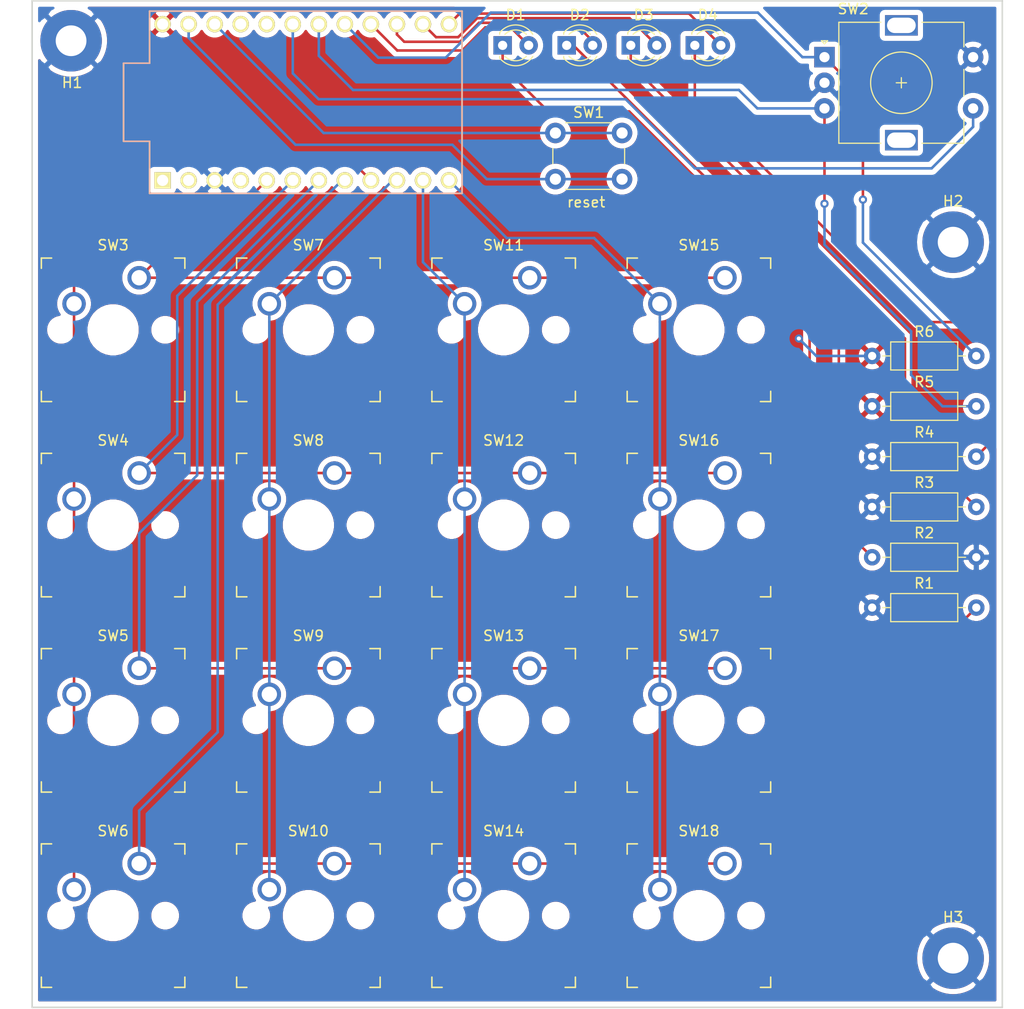
<source format=kicad_pcb>
(kicad_pcb (version 20171130) (host pcbnew "(5.1.6)-1")
  (layers (0 F.Cu signal) (31 B.Cu signal) (34 B.Paste user) (35 F.Paste user) (36 B.SilkS user) (37 F.SilkS user) (38 B.Mask user) (39 F.Mask user) (44 Edge.Cuts user))
  (net 0 "")
  (net 1 "Net-(D1-Pad2)")
  (net 2 GND)
  (net 3 "Net-(D2-Pad2)")
  (net 4 DT)
  (net 5 +5V)
  (net 6 CLK)
  (net 7 SW)
  (net 8 "Net-(U1-Pad21)")
  (net 9 "Net-(U1-Pad20)")
  (net 10 "Net-(U1-Pad4)")
  (net 11 "Net-(U1-Pad2)")
  (net 12 "Net-(U1-Pad1)")
  (net 13 /matrix/C1)
  (net 14 /matrix/R1)
  (net 15 /matrix/R2)
  (net 16 /matrix/R3)
  (net 17 /matrix/R4)
  (net 18 /matrix/C2)
  (net 19 /matrix/C3)
  (net 20 /matrix/C4)
  (net 21 "Net-(D3-Pad2)")
  (net 22 "Net-(D4-Pad2)")
  (net 23 "Net-(SW1-Pad1)")
  (net 24 "Net-(SW1-Pad2)")
  (net 25 "Net-(D1-Pad1)")
  (net 26 "Net-(D2-Pad1)")
  (net 27 "Net-(D3-Pad1)")
  (net 28 "Net-(D4-Pad1)")
  (module Resistor_THT:R_Axial_DIN0207_L6.3mm_D2.5mm_P10.16mm_Horizontal (layer F.Cu) (at 194.6 110.2)
    (fp_text reference R1 (at 5.08 -2.37) (layer F.SilkS))
    (fp_text value R)
    (fp_line (start 1.81 -1.37) (end 1.81 1.37) (layer F.SilkS) (width 0.12))
    (fp_line (start 1.81 1.37) (end 8.35 1.37) (layer F.SilkS) (width 0.12))
    (fp_line (start 8.35 1.37) (end 8.35 -1.37) (layer F.SilkS) (width 0.12))
    (fp_line (start 8.35 -1.37) (end 1.81 -1.37) (layer F.SilkS) (width 0.12))
    (fp_line (start 1.04 0) (end 1.81 0) (layer F.SilkS) (width 0.12))
    (fp_line (start 9.12 0) (end 8.35 0) (layer F.SilkS) (width 0.12))
    (pad 2 thru_hole oval (at 10.16 0) (size 1.6 1.6) (drill 0.8) (layers *.Cu *.Mask) (net 25 "Net-(D1-Pad1)"))
    (pad 1 thru_hole circle (at 0 0) (size 1.6 1.6) (drill 0.8) (layers *.Cu *.Mask) (net 2 GND))
  )
  (module LED_THT:LED_D3.0mm (layer F.Cu) (at 158.55 55.35)
    (fp_text reference D1 (at 1.27 -2.96) (layer F.SilkS))
    (fp_text value LED)
    (fp_arc (start 1.27 0) (end 0.229039 1.08) (angle -87.9) (layer F.SilkS) (width 0.12))
    (fp_arc (start 1.27 0) (end 0.229039 -1.08) (angle 87.9) (layer F.SilkS) (width 0.12))
    (fp_arc (start 1.27 0) (end -0.29 1.235516) (angle -108.8) (layer F.SilkS) (width 0.12))
    (fp_arc (start 1.27 0) (end -0.29 -1.235516) (angle 108.8) (layer F.SilkS) (width 0.12))
    (fp_line (start -0.29 -1.236) (end -0.29 -1.08) (layer F.SilkS) (width 0.12))
    (fp_line (start -0.29 1.08) (end -0.29 1.236) (layer F.SilkS) (width 0.12))
    (pad 2 thru_hole circle (at 2.54 0) (size 1.8 1.8) (drill 0.9) (layers *.Cu *.Mask) (net 1 "Net-(D1-Pad2)"))
    (pad 1 thru_hole rect (at 0 0) (size 1.8 1.8) (drill 0.9) (layers *.Cu *.Mask) (net 25 "Net-(D1-Pad1)"))
  )
  (module Button_Switch_THT:SW_PUSH_6mm (layer F.Cu) (at 163.7 63.9)
    (fp_text reference SW1 (at 3.25 -2) (layer F.SilkS))
    (fp_text value reset (at 3 6.75) (layer F.SilkS))
    (fp_line (start 6.75 3) (end 6.75 1.5) (layer F.SilkS) (width 0.12))
    (fp_line (start 5.5 -1) (end 1 -1) (layer F.SilkS) (width 0.12))
    (fp_line (start -0.25 1.5) (end -0.25 3) (layer F.SilkS) (width 0.12))
    (fp_line (start 1 5.5) (end 5.5 5.5) (layer F.SilkS) (width 0.12))
    (pad 1 thru_hole circle (at 6.5 0 90) (size 2 2) (drill 1.1) (layers *.Cu *.Mask) (net 23 "Net-(SW1-Pad1)"))
    (pad 2 thru_hole circle (at 6.5 4.5 90) (size 2 2) (drill 1.1) (layers *.Cu *.Mask) (net 24 "Net-(SW1-Pad2)"))
    (pad 1 thru_hole circle (at 0 0 90) (size 2 2) (drill 1.1) (layers *.Cu *.Mask) (net 23 "Net-(SW1-Pad1)"))
    (pad 2 thru_hole circle (at 0 4.5 90) (size 2 2) (drill 1.1) (layers *.Cu *.Mask) (net 24 "Net-(SW1-Pad2)"))
  )
  (module MountingHole:MountingHole_3mm_Pad (layer F.Cu) (at 202.5 144.4)
    (fp_text reference H3 (at 0 -4) (layer F.SilkS))
    (fp_text value MountingHole_Pad)
    (pad 1 thru_hole circle (at 0 0) (size 6 6) (drill 3) (layers *.Cu *.Mask) (net 2 GND))
  )
  (module MountingHole:MountingHole_3mm_Pad (layer F.Cu) (at 202.5 74.55)
    (fp_text reference H2 (at 0 -4) (layer F.SilkS))
    (fp_text value MountingHole_Pad)
    (pad 1 thru_hole circle (at 0 0) (size 6 6) (drill 3) (layers *.Cu *.Mask) (net 2 GND))
  )
  (module MountingHole:MountingHole_3mm_Pad (layer F.Cu) (at 116.45 54.9)
    (fp_text reference H1 (at 0.1 4.1) (layer F.SilkS))
    (fp_text value MountingHole_Pad)
    (pad 1 thru_hole circle (at 0 0) (size 6 6) (drill 3) (layers *.Cu *.Mask) (net 2 GND))
  )
  (module Resistor_THT:R_Axial_DIN0207_L6.3mm_D2.5mm_P10.16mm_Horizontal (layer F.Cu) (at 194.6 95.47)
    (fp_text reference R4 (at 5.08 -2.37) (layer F.SilkS))
    (fp_text value R)
    (fp_line (start 9.12 0) (end 8.35 0) (layer F.SilkS) (width 0.12))
    (fp_line (start 1.04 0) (end 1.81 0) (layer F.SilkS) (width 0.12))
    (fp_line (start 8.35 -1.37) (end 1.81 -1.37) (layer F.SilkS) (width 0.12))
    (fp_line (start 8.35 1.37) (end 8.35 -1.37) (layer F.SilkS) (width 0.12))
    (fp_line (start 1.81 1.37) (end 8.35 1.37) (layer F.SilkS) (width 0.12))
    (fp_line (start 1.81 -1.37) (end 1.81 1.37) (layer F.SilkS) (width 0.12))
    (pad 2 thru_hole oval (at 10.16 0) (size 1.6 1.6) (drill 0.8) (layers *.Cu *.Mask) (net 28 "Net-(D4-Pad1)"))
    (pad 1 thru_hole circle (at 0 0) (size 1.6 1.6) (drill 0.8) (layers *.Cu *.Mask) (net 2 GND))
  )
  (module LED_THT:LED_D3.0mm (layer F.Cu) (at 177.3 55.35)
    (fp_text reference D4 (at 1.27 -2.96) (layer F.SilkS))
    (fp_text value LED)
    (fp_line (start -0.29 1.08) (end -0.29 1.236) (layer F.SilkS) (width 0.12))
    (fp_line (start -0.29 -1.236) (end -0.29 -1.08) (layer F.SilkS) (width 0.12))
    (fp_arc (start 1.27 0) (end 0.229039 1.08) (angle -87.9) (layer F.SilkS) (width 0.12))
    (fp_arc (start 1.27 0) (end 0.229039 -1.08) (angle 87.9) (layer F.SilkS) (width 0.12))
    (fp_arc (start 1.27 0) (end -0.29 1.235516) (angle -108.8) (layer F.SilkS) (width 0.12))
    (fp_arc (start 1.27 0) (end -0.29 -1.235516) (angle 108.8) (layer F.SilkS) (width 0.12))
    (pad 2 thru_hole circle (at 2.54 0) (size 1.8 1.8) (drill 0.9) (layers *.Cu *.Mask) (net 22 "Net-(D4-Pad2)"))
    (pad 1 thru_hole rect (at 0 0) (size 1.8 1.8) (drill 0.9) (layers *.Cu *.Mask) (net 28 "Net-(D4-Pad1)"))
  )
  (module keyswitches:SW_MX (layer F.Cu) (at 177.7 140.25)
    (fp_text reference SW18 (at 0 -8.255) (layer F.SilkS))
    (fp_text value SW_Push)
    (fp_line (start -7 -6) (end -7 -7) (layer F.SilkS) (width 0.15))
    (fp_line (start -7 7) (end -6 7) (layer F.SilkS) (width 0.15))
    (fp_line (start -6 -7) (end -7 -7) (layer F.SilkS) (width 0.15))
    (fp_line (start -7 7) (end -7 6) (layer F.SilkS) (width 0.15))
    (fp_line (start 7 6) (end 7 7) (layer F.SilkS) (width 0.15))
    (fp_line (start 7 -7) (end 6 -7) (layer F.SilkS) (width 0.15))
    (fp_line (start 6 7) (end 7 7) (layer F.SilkS) (width 0.15))
    (fp_line (start 7 -7) (end 7 -6) (layer F.SilkS) (width 0.15))
    (pad "" np_thru_hole circle (at -5.08 0) (size 1.7018 1.7018) (drill 1.7018) (layers *.Cu *.Mask))
    (pad "" np_thru_hole circle (at 5.08 0) (size 1.7018 1.7018) (drill 1.7018) (layers *.Cu *.Mask))
    (pad 2 thru_hole circle (at -3.81 -2.54) (size 2.286 2.286) (drill 1.4986) (layers *.Cu *.Mask) (net 20 /matrix/C4))
    (pad "" np_thru_hole circle (at 0 0) (size 3.9878 3.9878) (drill 3.9878) (layers *.Cu *.Mask))
    (pad 1 thru_hole circle (at 2.54 -5.08) (size 2.286 2.286) (drill 1.4986) (layers *.Cu *.Mask) (net 17 /matrix/R4))
  )
  (module keyswitches:SW_MX (layer F.Cu) (at 177.7 121.2)
    (fp_text reference SW17 (at 0 -8.255) (layer F.SilkS))
    (fp_text value SW_Push)
    (fp_line (start -7 -6) (end -7 -7) (layer F.SilkS) (width 0.15))
    (fp_line (start -7 7) (end -6 7) (layer F.SilkS) (width 0.15))
    (fp_line (start -6 -7) (end -7 -7) (layer F.SilkS) (width 0.15))
    (fp_line (start -7 7) (end -7 6) (layer F.SilkS) (width 0.15))
    (fp_line (start 7 6) (end 7 7) (layer F.SilkS) (width 0.15))
    (fp_line (start 7 -7) (end 6 -7) (layer F.SilkS) (width 0.15))
    (fp_line (start 6 7) (end 7 7) (layer F.SilkS) (width 0.15))
    (fp_line (start 7 -7) (end 7 -6) (layer F.SilkS) (width 0.15))
    (pad "" np_thru_hole circle (at -5.08 0) (size 1.7018 1.7018) (drill 1.7018) (layers *.Cu *.Mask))
    (pad "" np_thru_hole circle (at 5.08 0) (size 1.7018 1.7018) (drill 1.7018) (layers *.Cu *.Mask))
    (pad 2 thru_hole circle (at -3.81 -2.54) (size 2.286 2.286) (drill 1.4986) (layers *.Cu *.Mask) (net 20 /matrix/C4))
    (pad "" np_thru_hole circle (at 0 0) (size 3.9878 3.9878) (drill 3.9878) (layers *.Cu *.Mask))
    (pad 1 thru_hole circle (at 2.54 -5.08) (size 2.286 2.286) (drill 1.4986) (layers *.Cu *.Mask) (net 16 /matrix/R3))
  )
  (module keyswitches:SW_MX (layer F.Cu) (at 177.7 102.15)
    (fp_text reference SW16 (at 0 -8.255) (layer F.SilkS))
    (fp_text value SW_Push)
    (fp_line (start -7 -6) (end -7 -7) (layer F.SilkS) (width 0.15))
    (fp_line (start -7 7) (end -6 7) (layer F.SilkS) (width 0.15))
    (fp_line (start -6 -7) (end -7 -7) (layer F.SilkS) (width 0.15))
    (fp_line (start -7 7) (end -7 6) (layer F.SilkS) (width 0.15))
    (fp_line (start 7 6) (end 7 7) (layer F.SilkS) (width 0.15))
    (fp_line (start 7 -7) (end 6 -7) (layer F.SilkS) (width 0.15))
    (fp_line (start 6 7) (end 7 7) (layer F.SilkS) (width 0.15))
    (fp_line (start 7 -7) (end 7 -6) (layer F.SilkS) (width 0.15))
    (pad "" np_thru_hole circle (at -5.08 0) (size 1.7018 1.7018) (drill 1.7018) (layers *.Cu *.Mask))
    (pad "" np_thru_hole circle (at 5.08 0) (size 1.7018 1.7018) (drill 1.7018) (layers *.Cu *.Mask))
    (pad 2 thru_hole circle (at -3.81 -2.54) (size 2.286 2.286) (drill 1.4986) (layers *.Cu *.Mask) (net 20 /matrix/C4))
    (pad "" np_thru_hole circle (at 0 0) (size 3.9878 3.9878) (drill 3.9878) (layers *.Cu *.Mask))
    (pad 1 thru_hole circle (at 2.54 -5.08) (size 2.286 2.286) (drill 1.4986) (layers *.Cu *.Mask) (net 15 /matrix/R2))
  )
  (module keyswitches:SW_MX (layer F.Cu) (at 177.7 83.1)
    (fp_text reference SW15 (at 0 -8.255) (layer F.SilkS))
    (fp_text value SW_Push)
    (fp_line (start -7 -6) (end -7 -7) (layer F.SilkS) (width 0.15))
    (fp_line (start -7 7) (end -6 7) (layer F.SilkS) (width 0.15))
    (fp_line (start -6 -7) (end -7 -7) (layer F.SilkS) (width 0.15))
    (fp_line (start -7 7) (end -7 6) (layer F.SilkS) (width 0.15))
    (fp_line (start 7 6) (end 7 7) (layer F.SilkS) (width 0.15))
    (fp_line (start 7 -7) (end 6 -7) (layer F.SilkS) (width 0.15))
    (fp_line (start 6 7) (end 7 7) (layer F.SilkS) (width 0.15))
    (fp_line (start 7 -7) (end 7 -6) (layer F.SilkS) (width 0.15))
    (pad "" np_thru_hole circle (at -5.08 0) (size 1.7018 1.7018) (drill 1.7018) (layers *.Cu *.Mask))
    (pad "" np_thru_hole circle (at 5.08 0) (size 1.7018 1.7018) (drill 1.7018) (layers *.Cu *.Mask))
    (pad 2 thru_hole circle (at -3.81 -2.54) (size 2.286 2.286) (drill 1.4986) (layers *.Cu *.Mask) (net 20 /matrix/C4))
    (pad "" np_thru_hole circle (at 0 0) (size 3.9878 3.9878) (drill 3.9878) (layers *.Cu *.Mask))
    (pad 1 thru_hole circle (at 2.54 -5.08) (size 2.286 2.286) (drill 1.4986) (layers *.Cu *.Mask) (net 14 /matrix/R1))
  )
  (module keyswitches:SW_MX (layer F.Cu) (at 158.65 140.25)
    (fp_text reference SW14 (at 0 -8.255) (layer F.SilkS))
    (fp_text value SW_Push)
    (fp_line (start -7 -6) (end -7 -7) (layer F.SilkS) (width 0.15))
    (fp_line (start -7 7) (end -6 7) (layer F.SilkS) (width 0.15))
    (fp_line (start -6 -7) (end -7 -7) (layer F.SilkS) (width 0.15))
    (fp_line (start -7 7) (end -7 6) (layer F.SilkS) (width 0.15))
    (fp_line (start 7 6) (end 7 7) (layer F.SilkS) (width 0.15))
    (fp_line (start 7 -7) (end 6 -7) (layer F.SilkS) (width 0.15))
    (fp_line (start 6 7) (end 7 7) (layer F.SilkS) (width 0.15))
    (fp_line (start 7 -7) (end 7 -6) (layer F.SilkS) (width 0.15))
    (pad "" np_thru_hole circle (at -5.08 0) (size 1.7018 1.7018) (drill 1.7018) (layers *.Cu *.Mask))
    (pad "" np_thru_hole circle (at 5.08 0) (size 1.7018 1.7018) (drill 1.7018) (layers *.Cu *.Mask))
    (pad 2 thru_hole circle (at -3.81 -2.54) (size 2.286 2.286) (drill 1.4986) (layers *.Cu *.Mask) (net 19 /matrix/C3))
    (pad "" np_thru_hole circle (at 0 0) (size 3.9878 3.9878) (drill 3.9878) (layers *.Cu *.Mask))
    (pad 1 thru_hole circle (at 2.54 -5.08) (size 2.286 2.286) (drill 1.4986) (layers *.Cu *.Mask) (net 17 /matrix/R4))
  )
  (module keyswitches:SW_MX (layer F.Cu) (at 158.65 121.2)
    (fp_text reference SW13 (at 0 -8.255) (layer F.SilkS))
    (fp_text value SW_Push)
    (fp_line (start -7 -6) (end -7 -7) (layer F.SilkS) (width 0.15))
    (fp_line (start -7 7) (end -6 7) (layer F.SilkS) (width 0.15))
    (fp_line (start -6 -7) (end -7 -7) (layer F.SilkS) (width 0.15))
    (fp_line (start -7 7) (end -7 6) (layer F.SilkS) (width 0.15))
    (fp_line (start 7 6) (end 7 7) (layer F.SilkS) (width 0.15))
    (fp_line (start 7 -7) (end 6 -7) (layer F.SilkS) (width 0.15))
    (fp_line (start 6 7) (end 7 7) (layer F.SilkS) (width 0.15))
    (fp_line (start 7 -7) (end 7 -6) (layer F.SilkS) (width 0.15))
    (pad "" np_thru_hole circle (at -5.08 0) (size 1.7018 1.7018) (drill 1.7018) (layers *.Cu *.Mask))
    (pad "" np_thru_hole circle (at 5.08 0) (size 1.7018 1.7018) (drill 1.7018) (layers *.Cu *.Mask))
    (pad 2 thru_hole circle (at -3.81 -2.54) (size 2.286 2.286) (drill 1.4986) (layers *.Cu *.Mask) (net 19 /matrix/C3))
    (pad "" np_thru_hole circle (at 0 0) (size 3.9878 3.9878) (drill 3.9878) (layers *.Cu *.Mask))
    (pad 1 thru_hole circle (at 2.54 -5.08) (size 2.286 2.286) (drill 1.4986) (layers *.Cu *.Mask) (net 16 /matrix/R3))
  )
  (module keyswitches:SW_MX (layer F.Cu) (at 158.65 102.15)
    (fp_text reference SW12 (at 0 -8.255) (layer F.SilkS))
    (fp_text value SW_Push)
    (fp_line (start -7 -6) (end -7 -7) (layer F.SilkS) (width 0.15))
    (fp_line (start -7 7) (end -6 7) (layer F.SilkS) (width 0.15))
    (fp_line (start -6 -7) (end -7 -7) (layer F.SilkS) (width 0.15))
    (fp_line (start -7 7) (end -7 6) (layer F.SilkS) (width 0.15))
    (fp_line (start 7 6) (end 7 7) (layer F.SilkS) (width 0.15))
    (fp_line (start 7 -7) (end 6 -7) (layer F.SilkS) (width 0.15))
    (fp_line (start 6 7) (end 7 7) (layer F.SilkS) (width 0.15))
    (fp_line (start 7 -7) (end 7 -6) (layer F.SilkS) (width 0.15))
    (pad "" np_thru_hole circle (at -5.08 0) (size 1.7018 1.7018) (drill 1.7018) (layers *.Cu *.Mask))
    (pad "" np_thru_hole circle (at 5.08 0) (size 1.7018 1.7018) (drill 1.7018) (layers *.Cu *.Mask))
    (pad 2 thru_hole circle (at -3.81 -2.54) (size 2.286 2.286) (drill 1.4986) (layers *.Cu *.Mask) (net 19 /matrix/C3))
    (pad "" np_thru_hole circle (at 0 0) (size 3.9878 3.9878) (drill 3.9878) (layers *.Cu *.Mask))
    (pad 1 thru_hole circle (at 2.54 -5.08) (size 2.286 2.286) (drill 1.4986) (layers *.Cu *.Mask) (net 15 /matrix/R2))
  )
  (module keyswitches:SW_MX (layer F.Cu) (at 158.65 83.1)
    (fp_text reference SW11 (at 0 -8.255) (layer F.SilkS))
    (fp_text value SW_Push)
    (fp_line (start -7 -6) (end -7 -7) (layer F.SilkS) (width 0.15))
    (fp_line (start -7 7) (end -6 7) (layer F.SilkS) (width 0.15))
    (fp_line (start -6 -7) (end -7 -7) (layer F.SilkS) (width 0.15))
    (fp_line (start -7 7) (end -7 6) (layer F.SilkS) (width 0.15))
    (fp_line (start 7 6) (end 7 7) (layer F.SilkS) (width 0.15))
    (fp_line (start 7 -7) (end 6 -7) (layer F.SilkS) (width 0.15))
    (fp_line (start 6 7) (end 7 7) (layer F.SilkS) (width 0.15))
    (fp_line (start 7 -7) (end 7 -6) (layer F.SilkS) (width 0.15))
    (pad "" np_thru_hole circle (at -5.08 0) (size 1.7018 1.7018) (drill 1.7018) (layers *.Cu *.Mask))
    (pad "" np_thru_hole circle (at 5.08 0) (size 1.7018 1.7018) (drill 1.7018) (layers *.Cu *.Mask))
    (pad 2 thru_hole circle (at -3.81 -2.54) (size 2.286 2.286) (drill 1.4986) (layers *.Cu *.Mask) (net 19 /matrix/C3))
    (pad "" np_thru_hole circle (at 0 0) (size 3.9878 3.9878) (drill 3.9878) (layers *.Cu *.Mask))
    (pad 1 thru_hole circle (at 2.54 -5.08) (size 2.286 2.286) (drill 1.4986) (layers *.Cu *.Mask) (net 14 /matrix/R1))
  )
  (module keyswitches:SW_MX (layer F.Cu) (at 139.6 140.25)
    (fp_text reference SW10 (at 0 -8.255) (layer F.SilkS))
    (fp_text value SW_Push)
    (fp_line (start -7 -6) (end -7 -7) (layer F.SilkS) (width 0.15))
    (fp_line (start -7 7) (end -6 7) (layer F.SilkS) (width 0.15))
    (fp_line (start -6 -7) (end -7 -7) (layer F.SilkS) (width 0.15))
    (fp_line (start -7 7) (end -7 6) (layer F.SilkS) (width 0.15))
    (fp_line (start 7 6) (end 7 7) (layer F.SilkS) (width 0.15))
    (fp_line (start 7 -7) (end 6 -7) (layer F.SilkS) (width 0.15))
    (fp_line (start 6 7) (end 7 7) (layer F.SilkS) (width 0.15))
    (fp_line (start 7 -7) (end 7 -6) (layer F.SilkS) (width 0.15))
    (pad "" np_thru_hole circle (at -5.08 0) (size 1.7018 1.7018) (drill 1.7018) (layers *.Cu *.Mask))
    (pad "" np_thru_hole circle (at 5.08 0) (size 1.7018 1.7018) (drill 1.7018) (layers *.Cu *.Mask))
    (pad 2 thru_hole circle (at -3.81 -2.54) (size 2.286 2.286) (drill 1.4986) (layers *.Cu *.Mask) (net 18 /matrix/C2))
    (pad "" np_thru_hole circle (at 0 0) (size 3.9878 3.9878) (drill 3.9878) (layers *.Cu *.Mask))
    (pad 1 thru_hole circle (at 2.54 -5.08) (size 2.286 2.286) (drill 1.4986) (layers *.Cu *.Mask) (net 17 /matrix/R4))
  )
  (module keyswitches:SW_MX (layer F.Cu) (at 139.6 121.2)
    (fp_text reference SW9 (at 0 -8.255) (layer F.SilkS))
    (fp_text value SW_Push)
    (fp_line (start -7 -6) (end -7 -7) (layer F.SilkS) (width 0.15))
    (fp_line (start -7 7) (end -6 7) (layer F.SilkS) (width 0.15))
    (fp_line (start -6 -7) (end -7 -7) (layer F.SilkS) (width 0.15))
    (fp_line (start -7 7) (end -7 6) (layer F.SilkS) (width 0.15))
    (fp_line (start 7 6) (end 7 7) (layer F.SilkS) (width 0.15))
    (fp_line (start 7 -7) (end 6 -7) (layer F.SilkS) (width 0.15))
    (fp_line (start 6 7) (end 7 7) (layer F.SilkS) (width 0.15))
    (fp_line (start 7 -7) (end 7 -6) (layer F.SilkS) (width 0.15))
    (pad "" np_thru_hole circle (at -5.08 0) (size 1.7018 1.7018) (drill 1.7018) (layers *.Cu *.Mask))
    (pad "" np_thru_hole circle (at 5.08 0) (size 1.7018 1.7018) (drill 1.7018) (layers *.Cu *.Mask))
    (pad 2 thru_hole circle (at -3.81 -2.54) (size 2.286 2.286) (drill 1.4986) (layers *.Cu *.Mask) (net 18 /matrix/C2))
    (pad "" np_thru_hole circle (at 0 0) (size 3.9878 3.9878) (drill 3.9878) (layers *.Cu *.Mask))
    (pad 1 thru_hole circle (at 2.54 -5.08) (size 2.286 2.286) (drill 1.4986) (layers *.Cu *.Mask) (net 16 /matrix/R3))
  )
  (module keyswitches:SW_MX (layer F.Cu) (at 139.6 102.15)
    (fp_text reference SW8 (at 0 -8.255) (layer F.SilkS))
    (fp_text value SW_Push)
    (fp_line (start -7 -6) (end -7 -7) (layer F.SilkS) (width 0.15))
    (fp_line (start -7 7) (end -6 7) (layer F.SilkS) (width 0.15))
    (fp_line (start -6 -7) (end -7 -7) (layer F.SilkS) (width 0.15))
    (fp_line (start -7 7) (end -7 6) (layer F.SilkS) (width 0.15))
    (fp_line (start 7 6) (end 7 7) (layer F.SilkS) (width 0.15))
    (fp_line (start 7 -7) (end 6 -7) (layer F.SilkS) (width 0.15))
    (fp_line (start 6 7) (end 7 7) (layer F.SilkS) (width 0.15))
    (fp_line (start 7 -7) (end 7 -6) (layer F.SilkS) (width 0.15))
    (pad "" np_thru_hole circle (at -5.08 0) (size 1.7018 1.7018) (drill 1.7018) (layers *.Cu *.Mask))
    (pad "" np_thru_hole circle (at 5.08 0) (size 1.7018 1.7018) (drill 1.7018) (layers *.Cu *.Mask))
    (pad 2 thru_hole circle (at -3.81 -2.54) (size 2.286 2.286) (drill 1.4986) (layers *.Cu *.Mask) (net 18 /matrix/C2))
    (pad "" np_thru_hole circle (at 0 0) (size 3.9878 3.9878) (drill 3.9878) (layers *.Cu *.Mask))
    (pad 1 thru_hole circle (at 2.54 -5.08) (size 2.286 2.286) (drill 1.4986) (layers *.Cu *.Mask) (net 15 /matrix/R2))
  )
  (module keyswitches:SW_MX (layer F.Cu) (at 139.6 83.1)
    (fp_text reference SW7 (at 0 -8.255) (layer F.SilkS))
    (fp_text value SW_Push)
    (fp_line (start -7 -6) (end -7 -7) (layer F.SilkS) (width 0.15))
    (fp_line (start -7 7) (end -6 7) (layer F.SilkS) (width 0.15))
    (fp_line (start -6 -7) (end -7 -7) (layer F.SilkS) (width 0.15))
    (fp_line (start -7 7) (end -7 6) (layer F.SilkS) (width 0.15))
    (fp_line (start 7 6) (end 7 7) (layer F.SilkS) (width 0.15))
    (fp_line (start 7 -7) (end 6 -7) (layer F.SilkS) (width 0.15))
    (fp_line (start 6 7) (end 7 7) (layer F.SilkS) (width 0.15))
    (fp_line (start 7 -7) (end 7 -6) (layer F.SilkS) (width 0.15))
    (pad "" np_thru_hole circle (at -5.08 0) (size 1.7018 1.7018) (drill 1.7018) (layers *.Cu *.Mask))
    (pad "" np_thru_hole circle (at 5.08 0) (size 1.7018 1.7018) (drill 1.7018) (layers *.Cu *.Mask))
    (pad 2 thru_hole circle (at -3.81 -2.54) (size 2.286 2.286) (drill 1.4986) (layers *.Cu *.Mask) (net 18 /matrix/C2))
    (pad "" np_thru_hole circle (at 0 0) (size 3.9878 3.9878) (drill 3.9878) (layers *.Cu *.Mask))
    (pad 1 thru_hole circle (at 2.54 -5.08) (size 2.286 2.286) (drill 1.4986) (layers *.Cu *.Mask) (net 14 /matrix/R1))
  )
  (module keyswitches:SW_MX (layer F.Cu) (at 120.55 140.25)
    (fp_text reference SW6 (at 0 -8.255) (layer F.SilkS))
    (fp_text value SW_Push)
    (fp_line (start -7 -6) (end -7 -7) (layer F.SilkS) (width 0.15))
    (fp_line (start -7 7) (end -6 7) (layer F.SilkS) (width 0.15))
    (fp_line (start -6 -7) (end -7 -7) (layer F.SilkS) (width 0.15))
    (fp_line (start -7 7) (end -7 6) (layer F.SilkS) (width 0.15))
    (fp_line (start 7 6) (end 7 7) (layer F.SilkS) (width 0.15))
    (fp_line (start 7 -7) (end 6 -7) (layer F.SilkS) (width 0.15))
    (fp_line (start 6 7) (end 7 7) (layer F.SilkS) (width 0.15))
    (fp_line (start 7 -7) (end 7 -6) (layer F.SilkS) (width 0.15))
    (pad "" np_thru_hole circle (at -5.08 0) (size 1.7018 1.7018) (drill 1.7018) (layers *.Cu *.Mask))
    (pad "" np_thru_hole circle (at 5.08 0) (size 1.7018 1.7018) (drill 1.7018) (layers *.Cu *.Mask))
    (pad 2 thru_hole circle (at -3.81 -2.54) (size 2.286 2.286) (drill 1.4986) (layers *.Cu *.Mask) (net 13 /matrix/C1))
    (pad "" np_thru_hole circle (at 0 0) (size 3.9878 3.9878) (drill 3.9878) (layers *.Cu *.Mask))
    (pad 1 thru_hole circle (at 2.54 -5.08) (size 2.286 2.286) (drill 1.4986) (layers *.Cu *.Mask) (net 17 /matrix/R4))
  )
  (module keyswitches:SW_MX (layer F.Cu) (at 120.55 121.2)
    (fp_text reference SW5 (at 0 -8.255) (layer F.SilkS))
    (fp_text value SW_Push)
    (fp_line (start -7 -6) (end -7 -7) (layer F.SilkS) (width 0.15))
    (fp_line (start -7 7) (end -6 7) (layer F.SilkS) (width 0.15))
    (fp_line (start -6 -7) (end -7 -7) (layer F.SilkS) (width 0.15))
    (fp_line (start -7 7) (end -7 6) (layer F.SilkS) (width 0.15))
    (fp_line (start 7 6) (end 7 7) (layer F.SilkS) (width 0.15))
    (fp_line (start 7 -7) (end 6 -7) (layer F.SilkS) (width 0.15))
    (fp_line (start 6 7) (end 7 7) (layer F.SilkS) (width 0.15))
    (fp_line (start 7 -7) (end 7 -6) (layer F.SilkS) (width 0.15))
    (pad "" np_thru_hole circle (at -5.08 0) (size 1.7018 1.7018) (drill 1.7018) (layers *.Cu *.Mask))
    (pad "" np_thru_hole circle (at 5.08 0) (size 1.7018 1.7018) (drill 1.7018) (layers *.Cu *.Mask))
    (pad 2 thru_hole circle (at -3.81 -2.54) (size 2.286 2.286) (drill 1.4986) (layers *.Cu *.Mask) (net 13 /matrix/C1))
    (pad "" np_thru_hole circle (at 0 0) (size 3.9878 3.9878) (drill 3.9878) (layers *.Cu *.Mask))
    (pad 1 thru_hole circle (at 2.54 -5.08) (size 2.286 2.286) (drill 1.4986) (layers *.Cu *.Mask) (net 16 /matrix/R3))
  )
  (module keyswitches:SW_MX (layer F.Cu) (at 120.55 102.15)
    (fp_text reference SW4 (at 0 -8.255) (layer F.SilkS))
    (fp_text value SW_Push)
    (fp_line (start -7 -6) (end -7 -7) (layer F.SilkS) (width 0.15))
    (fp_line (start -7 7) (end -6 7) (layer F.SilkS) (width 0.15))
    (fp_line (start -6 -7) (end -7 -7) (layer F.SilkS) (width 0.15))
    (fp_line (start -7 7) (end -7 6) (layer F.SilkS) (width 0.15))
    (fp_line (start 7 6) (end 7 7) (layer F.SilkS) (width 0.15))
    (fp_line (start 7 -7) (end 6 -7) (layer F.SilkS) (width 0.15))
    (fp_line (start 6 7) (end 7 7) (layer F.SilkS) (width 0.15))
    (fp_line (start 7 -7) (end 7 -6) (layer F.SilkS) (width 0.15))
    (pad "" np_thru_hole circle (at -5.08 0) (size 1.7018 1.7018) (drill 1.7018) (layers *.Cu *.Mask))
    (pad "" np_thru_hole circle (at 5.08 0) (size 1.7018 1.7018) (drill 1.7018) (layers *.Cu *.Mask))
    (pad 2 thru_hole circle (at -3.81 -2.54) (size 2.286 2.286) (drill 1.4986) (layers *.Cu *.Mask) (net 13 /matrix/C1))
    (pad "" np_thru_hole circle (at 0 0) (size 3.9878 3.9878) (drill 3.9878) (layers *.Cu *.Mask))
    (pad 1 thru_hole circle (at 2.54 -5.08) (size 2.286 2.286) (drill 1.4986) (layers *.Cu *.Mask) (net 15 /matrix/R2))
  )
  (module keyswitches:SW_MX (layer F.Cu) (at 120.55 83.1)
    (fp_text reference SW3 (at 0 -8.255) (layer F.SilkS))
    (fp_text value SW_Push)
    (fp_line (start -7 -6) (end -7 -7) (layer F.SilkS) (width 0.15))
    (fp_line (start -7 7) (end -6 7) (layer F.SilkS) (width 0.15))
    (fp_line (start -6 -7) (end -7 -7) (layer F.SilkS) (width 0.15))
    (fp_line (start -7 7) (end -7 6) (layer F.SilkS) (width 0.15))
    (fp_line (start 7 6) (end 7 7) (layer F.SilkS) (width 0.15))
    (fp_line (start 7 -7) (end 6 -7) (layer F.SilkS) (width 0.15))
    (fp_line (start 6 7) (end 7 7) (layer F.SilkS) (width 0.15))
    (fp_line (start 7 -7) (end 7 -6) (layer F.SilkS) (width 0.15))
    (pad "" np_thru_hole circle (at -5.08 0) (size 1.7018 1.7018) (drill 1.7018) (layers *.Cu *.Mask))
    (pad "" np_thru_hole circle (at 5.08 0) (size 1.7018 1.7018) (drill 1.7018) (layers *.Cu *.Mask))
    (pad 2 thru_hole circle (at -3.81 -2.54) (size 2.286 2.286) (drill 1.4986) (layers *.Cu *.Mask) (net 13 /matrix/C1))
    (pad "" np_thru_hole circle (at 0 0) (size 3.9878 3.9878) (drill 3.9878) (layers *.Cu *.Mask))
    (pad 1 thru_hole circle (at 2.54 -5.08) (size 2.286 2.286) (drill 1.4986) (layers *.Cu *.Mask) (net 14 /matrix/R1))
  )
  (module promicro:ProMicro (layer F.Cu) (at 139.35 60.9)
    (fp_text reference U1 hide)
    (fp_text value ProMicro)
    (fp_line (start 15.24 -8.89) (end 15.24 8.89) (layer B.SilkS) (width 0.15))
    (fp_line (start 15.24 8.89) (end -15.24 8.89) (layer B.SilkS) (width 0.15))
    (fp_line (start -15.24 8.89) (end -15.24 3.81) (layer B.SilkS) (width 0.15))
    (fp_line (start -15.24 3.81) (end -17.78 3.81) (layer B.SilkS) (width 0.15))
    (fp_line (start -17.78 3.81) (end -17.78 -3.81) (layer B.SilkS) (width 0.15))
    (fp_line (start -17.78 -3.81) (end -15.24 -3.81) (layer B.SilkS) (width 0.15))
    (fp_line (start -15.24 -3.81) (end -15.24 -8.89) (layer B.SilkS) (width 0.15))
    (fp_line (start -15.24 -8.89) (end 15.24 -8.89) (layer B.SilkS) (width 0.15))
    (fp_line (start -15.24 8.89) (end 15.24 8.89) (layer F.SilkS) (width 0.15))
    (fp_line (start -15.24 8.89) (end -15.24 3.81) (layer F.SilkS) (width 0.15))
    (fp_line (start -15.24 3.81) (end -17.78 3.81) (layer F.SilkS) (width 0.15))
    (fp_line (start -17.78 3.81) (end -17.78 -3.81) (layer F.SilkS) (width 0.15))
    (fp_line (start -17.78 -3.81) (end -15.24 -3.81) (layer F.SilkS) (width 0.15))
    (fp_line (start -15.24 -3.81) (end -15.24 -8.89) (layer F.SilkS) (width 0.15))
    (fp_line (start -15.24 -8.89) (end 15.24 -8.89) (layer F.SilkS) (width 0.15))
    (fp_line (start 15.24 -8.89) (end 15.24 8.89) (layer F.SilkS) (width 0.15))
    (pad 24 thru_hole circle (at -13.97 -7.62) (size 1.6 1.6) (drill 1.1) (layers *.Cu *.Mask F.SilkS) (net 5 +5V))
    (pad 23 thru_hole circle (at -11.43 -7.62) (size 1.6 1.6) (drill 1.1) (layers *.Cu *.Mask F.SilkS) (net 24 "Net-(SW1-Pad2)"))
    (pad 22 thru_hole circle (at -8.89 -7.62) (size 1.6 1.6) (drill 1.1) (layers *.Cu *.Mask F.SilkS) (net 23 "Net-(SW1-Pad1)"))
    (pad 21 thru_hole circle (at -6.35 -7.62) (size 1.6 1.6) (drill 1.1) (layers *.Cu *.Mask F.SilkS) (net 8 "Net-(U1-Pad21)"))
    (pad 20 thru_hole circle (at -3.81 -7.62) (size 1.6 1.6) (drill 1.1) (layers *.Cu *.Mask F.SilkS) (net 9 "Net-(U1-Pad20)"))
    (pad 19 thru_hole circle (at -1.27 -7.62) (size 1.6 1.6) (drill 1.1) (layers *.Cu *.Mask F.SilkS) (net 7 SW))
    (pad 18 thru_hole circle (at 1.27 -7.62) (size 1.6 1.6) (drill 1.1) (layers *.Cu *.Mask F.SilkS) (net 4 DT))
    (pad 17 thru_hole circle (at 3.81 -7.62) (size 1.6 1.6) (drill 1.1) (layers *.Cu *.Mask F.SilkS) (net 6 CLK))
    (pad 16 thru_hole circle (at 6.35 -7.62) (size 1.6 1.6) (drill 1.1) (layers *.Cu *.Mask F.SilkS) (net 1 "Net-(D1-Pad2)"))
    (pad 15 thru_hole circle (at 8.89 -7.62) (size 1.6 1.6) (drill 1.1) (layers *.Cu *.Mask F.SilkS) (net 3 "Net-(D2-Pad2)"))
    (pad 14 thru_hole circle (at 11.43 -7.62) (size 1.6 1.6) (drill 1.1) (layers *.Cu *.Mask F.SilkS) (net 21 "Net-(D3-Pad2)"))
    (pad 13 thru_hole circle (at 13.97 -7.62) (size 1.6 1.6) (drill 1.1) (layers *.Cu *.Mask F.SilkS) (net 22 "Net-(D4-Pad2)"))
    (pad 12 thru_hole circle (at 13.97 7.62) (size 1.6 1.6) (drill 1.1) (layers *.Cu *.Mask F.SilkS) (net 20 /matrix/C4))
    (pad 11 thru_hole circle (at 11.43 7.62) (size 1.6 1.6) (drill 1.1) (layers *.Cu *.Mask F.SilkS) (net 19 /matrix/C3))
    (pad 10 thru_hole circle (at 8.89 7.62) (size 1.6 1.6) (drill 1.1) (layers *.Cu *.Mask F.SilkS) (net 18 /matrix/C2))
    (pad 9 thru_hole circle (at 6.35 7.62) (size 1.6 1.6) (drill 1.1) (layers *.Cu *.Mask F.SilkS) (net 13 /matrix/C1))
    (pad 8 thru_hole circle (at 3.81 7.62) (size 1.6 1.6) (drill 1.1) (layers *.Cu *.Mask F.SilkS) (net 17 /matrix/R4))
    (pad 7 thru_hole circle (at 1.27 7.62) (size 1.6 1.6) (drill 1.1) (layers *.Cu *.Mask F.SilkS) (net 16 /matrix/R3))
    (pad 6 thru_hole circle (at -1.27 7.62) (size 1.6 1.6) (drill 1.1) (layers *.Cu *.Mask F.SilkS) (net 15 /matrix/R2))
    (pad 5 thru_hole circle (at -3.81 7.62) (size 1.6 1.6) (drill 1.1) (layers *.Cu *.Mask F.SilkS) (net 14 /matrix/R1))
    (pad 4 thru_hole circle (at -6.35 7.62) (size 1.6 1.6) (drill 1.1) (layers *.Cu *.Mask F.SilkS) (net 10 "Net-(U1-Pad4)"))
    (pad 3 thru_hole circle (at -8.89 7.62) (size 1.6 1.6) (drill 1.1) (layers *.Cu *.Mask F.SilkS) (net 2 GND))
    (pad 2 thru_hole circle (at -11.43 7.62) (size 1.6 1.6) (drill 1.1) (layers *.Cu *.Mask F.SilkS) (net 11 "Net-(U1-Pad2)"))
    (pad 1 thru_hole rect (at -13.97 7.62) (size 1.6 1.6) (drill 1.1) (layers *.Cu *.Mask F.SilkS) (net 12 "Net-(U1-Pad1)"))
  )
  (module Rotary_Encoder:RotaryEncoder_Alps_EC11E-Switch_Vertical_H20mm (layer F.Cu) (at 189.95 56.5)
    (fp_text reference SW2 (at 2.8 -4.7) (layer F.SilkS))
    (fp_text value Rotary_Encoder_Switch)
    (fp_line (start 7 2.5) (end 8 2.5) (layer F.SilkS) (width 0.12))
    (fp_line (start 7.5 2) (end 7.5 3) (layer F.SilkS) (width 0.12))
    (fp_line (start 13.6 6) (end 13.6 8.4) (layer F.SilkS) (width 0.12))
    (fp_line (start 13.6 1.2) (end 13.6 3.8) (layer F.SilkS) (width 0.12))
    (fp_line (start 13.6 -3.4) (end 13.6 -1) (layer F.SilkS) (width 0.12))
    (fp_line (start 0.3 -1.6) (end 0 -1.3) (layer F.SilkS) (width 0.12))
    (fp_line (start -0.3 -1.6) (end 0.3 -1.6) (layer F.SilkS) (width 0.12))
    (fp_line (start 0 -1.3) (end -0.3 -1.6) (layer F.SilkS) (width 0.12))
    (fp_line (start 1.4 -3.4) (end 1.4 8.4) (layer F.SilkS) (width 0.12))
    (fp_line (start 5.5 -3.4) (end 1.4 -3.4) (layer F.SilkS) (width 0.12))
    (fp_line (start 5.5 8.4) (end 1.4 8.4) (layer F.SilkS) (width 0.12))
    (fp_line (start 13.6 8.4) (end 9.5 8.4) (layer F.SilkS) (width 0.12))
    (fp_line (start 9.5 -3.4) (end 13.6 -3.4) (layer F.SilkS) (width 0.12))
    (fp_circle (center 7.5 2.5) (end 10.5 2.5) (layer F.SilkS) (width 0.12))
    (pad A thru_hole rect (at 0 0) (size 2 2) (drill 1) (layers *.Cu *.Mask) (net 6 CLK))
    (pad C thru_hole circle (at 0 2.5) (size 2 2) (drill 1) (layers *.Cu *.Mask) (net 2 GND))
    (pad B thru_hole circle (at 0 5) (size 2 2) (drill 1) (layers *.Cu *.Mask) (net 4 DT))
    (pad MP thru_hole rect (at 7.5 -3.1) (size 3.2 2) (drill oval 2.8 1.5) (layers *.Cu *.Mask))
    (pad MP thru_hole rect (at 7.5 8.1) (size 3.2 2) (drill oval 2.8 1.5) (layers *.Cu *.Mask))
    (pad S2 thru_hole circle (at 14.5 0) (size 2 2) (drill 1) (layers *.Cu *.Mask) (net 2 GND))
    (pad S1 thru_hole circle (at 14.5 5) (size 2 2) (drill 1) (layers *.Cu *.Mask) (net 7 SW))
  )
  (module Resistor_THT:R_Axial_DIN0207_L6.3mm_D2.5mm_P10.16mm_Horizontal (layer F.Cu) (at 194.6 85.65)
    (fp_text reference R6 (at 5.08 -2.37) (layer F.SilkS))
    (fp_text value 10k)
    (fp_line (start 1.81 -1.37) (end 1.81 1.37) (layer F.SilkS) (width 0.12))
    (fp_line (start 1.81 1.37) (end 8.35 1.37) (layer F.SilkS) (width 0.12))
    (fp_line (start 8.35 1.37) (end 8.35 -1.37) (layer F.SilkS) (width 0.12))
    (fp_line (start 8.35 -1.37) (end 1.81 -1.37) (layer F.SilkS) (width 0.12))
    (fp_line (start 1.04 0) (end 1.81 0) (layer F.SilkS) (width 0.12))
    (fp_line (start 9.12 0) (end 8.35 0) (layer F.SilkS) (width 0.12))
    (pad 2 thru_hole oval (at 10.16 0) (size 1.6 1.6) (drill 0.8) (layers *.Cu *.Mask) (net 6 CLK))
    (pad 1 thru_hole circle (at 0 0) (size 1.6 1.6) (drill 0.8) (layers *.Cu *.Mask) (net 5 +5V))
  )
  (module Resistor_THT:R_Axial_DIN0207_L6.3mm_D2.5mm_P10.16mm_Horizontal (layer F.Cu) (at 194.6 90.56)
    (fp_text reference R5 (at 5.08 -2.37) (layer F.SilkS))
    (fp_text value 10k)
    (fp_line (start 1.81 -1.37) (end 1.81 1.37) (layer F.SilkS) (width 0.12))
    (fp_line (start 1.81 1.37) (end 8.35 1.37) (layer F.SilkS) (width 0.12))
    (fp_line (start 8.35 1.37) (end 8.35 -1.37) (layer F.SilkS) (width 0.12))
    (fp_line (start 8.35 -1.37) (end 1.81 -1.37) (layer F.SilkS) (width 0.12))
    (fp_line (start 1.04 0) (end 1.81 0) (layer F.SilkS) (width 0.12))
    (fp_line (start 9.12 0) (end 8.35 0) (layer F.SilkS) (width 0.12))
    (pad 2 thru_hole oval (at 10.16 0) (size 1.6 1.6) (drill 0.8) (layers *.Cu *.Mask) (net 4 DT))
    (pad 1 thru_hole circle (at 0 0) (size 1.6 1.6) (drill 0.8) (layers *.Cu *.Mask) (net 5 +5V))
  )
  (module Resistor_THT:R_Axial_DIN0207_L6.3mm_D2.5mm_P10.16mm_Horizontal (layer F.Cu) (at 194.6 100.38)
    (fp_text reference R3 (at 5.08 -2.37) (layer F.SilkS))
    (fp_text value R)
    (fp_line (start 1.81 -1.37) (end 1.81 1.37) (layer F.SilkS) (width 0.12))
    (fp_line (start 1.81 1.37) (end 8.35 1.37) (layer F.SilkS) (width 0.12))
    (fp_line (start 8.35 1.37) (end 8.35 -1.37) (layer F.SilkS) (width 0.12))
    (fp_line (start 8.35 -1.37) (end 1.81 -1.37) (layer F.SilkS) (width 0.12))
    (fp_line (start 1.04 0) (end 1.81 0) (layer F.SilkS) (width 0.12))
    (fp_line (start 9.12 0) (end 8.35 0) (layer F.SilkS) (width 0.12))
    (pad 2 thru_hole oval (at 10.16 0) (size 1.6 1.6) (drill 0.8) (layers *.Cu *.Mask) (net 27 "Net-(D3-Pad1)"))
    (pad 1 thru_hole circle (at 0 0) (size 1.6 1.6) (drill 0.8) (layers *.Cu *.Mask) (net 2 GND))
  )
  (module Resistor_THT:R_Axial_DIN0207_L6.3mm_D2.5mm_P10.16mm_Horizontal (layer F.Cu) (at 194.6 105.29)
    (fp_text reference R2 (at 5.08 -2.37) (layer F.SilkS))
    (fp_text value R)
    (fp_line (start 1.81 -1.37) (end 1.81 1.37) (layer F.SilkS) (width 0.12))
    (fp_line (start 1.81 1.37) (end 8.35 1.37) (layer F.SilkS) (width 0.12))
    (fp_line (start 8.35 1.37) (end 8.35 -1.37) (layer F.SilkS) (width 0.12))
    (fp_line (start 8.35 -1.37) (end 1.81 -1.37) (layer F.SilkS) (width 0.12))
    (fp_line (start 1.04 0) (end 1.81 0) (layer F.SilkS) (width 0.12))
    (fp_line (start 9.12 0) (end 8.35 0) (layer F.SilkS) (width 0.12))
    (pad 2 thru_hole oval (at 10.16 0) (size 1.6 1.6) (drill 0.8) (layers *.Cu *.Mask) (net 2 GND))
    (pad 1 thru_hole circle (at 0 0) (size 1.6 1.6) (drill 0.8) (layers *.Cu *.Mask) (net 26 "Net-(D2-Pad1)"))
  )
  (module LED_THT:LED_D3.0mm (layer F.Cu) (at 171.05 55.35)
    (fp_text reference D3 (at 1.27 -2.96) (layer F.SilkS))
    (fp_text value LED)
    (fp_line (start -0.29 -1.236) (end -0.29 -1.08) (layer F.SilkS) (width 0.12))
    (fp_line (start -0.29 1.08) (end -0.29 1.236) (layer F.SilkS) (width 0.12))
    (fp_arc (start 1.27 0) (end 0.229039 1.08) (angle -87.9) (layer F.SilkS) (width 0.12))
    (fp_arc (start 1.27 0) (end 0.229039 -1.08) (angle 87.9) (layer F.SilkS) (width 0.12))
    (fp_arc (start 1.27 0) (end -0.29 1.235516) (angle -108.8) (layer F.SilkS) (width 0.12))
    (fp_arc (start 1.27 0) (end -0.29 -1.235516) (angle 108.8) (layer F.SilkS) (width 0.12))
    (pad 2 thru_hole circle (at 2.54 0) (size 1.8 1.8) (drill 0.9) (layers *.Cu *.Mask) (net 21 "Net-(D3-Pad2)"))
    (pad 1 thru_hole rect (at 0 0) (size 1.8 1.8) (drill 0.9) (layers *.Cu *.Mask) (net 27 "Net-(D3-Pad1)"))
  )
  (module LED_THT:LED_D3.0mm (layer F.Cu) (at 164.8 55.35)
    (fp_text reference D2 (at 1.27 -2.96) (layer F.SilkS))
    (fp_text value LED)
    (fp_line (start -0.29 -1.236) (end -0.29 -1.08) (layer F.SilkS) (width 0.12))
    (fp_line (start -0.29 1.08) (end -0.29 1.236) (layer F.SilkS) (width 0.12))
    (fp_arc (start 1.27 0) (end 0.229039 1.08) (angle -87.9) (layer F.SilkS) (width 0.12))
    (fp_arc (start 1.27 0) (end 0.229039 -1.08) (angle 87.9) (layer F.SilkS) (width 0.12))
    (fp_arc (start 1.27 0) (end -0.29 1.235516) (angle -108.8) (layer F.SilkS) (width 0.12))
    (fp_arc (start 1.27 0) (end -0.29 -1.235516) (angle 108.8) (layer F.SilkS) (width 0.12))
    (pad 2 thru_hole circle (at 2.54 0) (size 1.8 1.8) (drill 0.9) (layers *.Cu *.Mask) (net 3 "Net-(D2-Pad2)"))
    (pad 1 thru_hole rect (at 0 0) (size 1.8 1.8) (drill 0.9) (layers *.Cu *.Mask) (net 26 "Net-(D2-Pad1)"))
  )
  (gr_line (start 112.65 149.2) (end 112.65 51) (layer Edge.Cuts) (width 0.15))
  (gr_line (start 112.65 51) (end 207.3 51) (layer Edge.Cuts) (width 0.15))
  (gr_line (start 207.3 149.2) (end 112.65 149.2) (layer Edge.Cuts) (width 0.15))
  (gr_line (start 207.3 51) (end 207.3 149.2) (layer Edge.Cuts) (width 0.15))
  (segment (start 145.7 53.28) (end 148.27 55.85) (width 0.25) (layer F.Cu) (net 1))
  (segment (start 148.27 55.85) (end 154.6 55.85) (width 0.25) (layer F.Cu) (net 1))
  (segment (start 154.6 55.85) (end 156.85 53.6) (width 0.25) (layer F.Cu) (net 1))
  (segment (start 159.34 53.6) (end 161.09 55.35) (width 0.25) (layer F.Cu) (net 1))
  (segment (start 156.85 53.6) (end 159.34 53.6) (width 0.25) (layer F.Cu) (net 1))
  (segment (start 148.24 53.28) (end 148.24 54.29) (width 0.25) (layer F.Cu) (net 3))
  (segment (start 148.24 54.29) (end 148.95 55) (width 0.25) (layer F.Cu) (net 3))
  (segment (start 148.95 55) (end 154.4 55) (width 0.25) (layer F.Cu) (net 3))
  (segment (start 156.25001 53.14999) (end 165.55001 53.14999) (width 0.25) (layer F.Cu) (net 3))
  (segment (start 154.4 55) (end 156.25001 53.14999) (width 0.25) (layer F.Cu) (net 3))
  (segment (start 167.34 54.93998) (end 167.34 55.35) (width 0.25) (layer F.Cu) (net 3))
  (segment (start 165.55001 53.14999) (end 167.34 54.93998) (width 0.25) (layer F.Cu) (net 3))
  (segment (start 140.62 53.28) (end 140.62 56.37) (width 0.25) (layer B.Cu) (net 4))
  (segment (start 140.62 56.37) (end 143.95 59.7) (width 0.25) (layer B.Cu) (net 4))
  (segment (start 143.95 59.7) (end 181.6 59.7) (width 0.25) (layer B.Cu) (net 4))
  (segment (start 183.4 61.5) (end 189.95 61.5) (width 0.25) (layer B.Cu) (net 4))
  (segment (start 181.6 59.7) (end 183.4 61.5) (width 0.25) (layer B.Cu) (net 4))
  (via (at 189.95 70.8) (size 0.8) (drill 0.4) (layers F.Cu B.Cu) (net 4))
  (segment (start 189.95 61.5) (end 189.95 70.8) (width 0.25) (layer F.Cu) (net 4))
  (segment (start 201.46 90.56) (end 204.76 90.56) (width 0.25) (layer B.Cu) (net 4))
  (segment (start 198.4 87.5) (end 201.46 90.56) (width 0.25) (layer B.Cu) (net 4))
  (segment (start 198.4 83.25) (end 198.4 87.5) (width 0.25) (layer B.Cu) (net 4))
  (segment (start 189.95 70.8) (end 189.95 74.8) (width 0.25) (layer B.Cu) (net 4))
  (segment (start 189.95 74.8) (end 198.4 83.25) (width 0.25) (layer B.Cu) (net 4))
  (segment (start 125.38 53.28) (end 138.3 66.2) (width 0.25) (layer F.Cu) (net 5))
  (segment (start 138.3 66.2) (end 172.4 66.2) (width 0.25) (layer F.Cu) (net 5))
  (segment (start 172.4 66.2) (end 174.05 66.2) (width 0.25) (layer F.Cu) (net 5))
  (segment (start 174.05 66.2) (end 187.45 79.6) (width 0.25) (layer F.Cu) (net 5))
  (segment (start 187.45 83.95) (end 187.45 83.95) (width 0.25) (layer F.Cu) (net 5))
  (segment (start 187.45 79.6) (end 187.45 83.95) (width 0.25) (layer F.Cu) (net 5))
  (segment (start 187.45 83.95) (end 187.45 83.95) (width 0.25) (layer F.Cu) (net 5))
  (via (at 187.45 83.95) (size 0.8) (drill 0.4) (layers F.Cu B.Cu) (net 5))
  (segment (start 189.15 85.65) (end 189.3 85.65) (width 0.25) (layer B.Cu) (net 5))
  (segment (start 187.45 83.95) (end 189.15 85.65) (width 0.25) (layer B.Cu) (net 5))
  (segment (start 194.6 85.65) (end 189.3 85.65) (width 0.25) (layer B.Cu) (net 5))
  (segment (start 189.95 56.5) (end 187.8 56.5) (width 0.25) (layer B.Cu) (net 6))
  (segment (start 183.454999 52.154999) (end 157.395001 52.154999) (width 0.25) (layer B.Cu) (net 6))
  (segment (start 187.8 56.5) (end 183.454999 52.154999) (width 0.25) (layer B.Cu) (net 6))
  (segment (start 157.395001 52.154999) (end 153 56.55) (width 0.25) (layer B.Cu) (net 6))
  (segment (start 146.43 56.55) (end 143.16 53.28) (width 0.25) (layer B.Cu) (net 6))
  (segment (start 153 56.55) (end 146.43 56.55) (width 0.25) (layer B.Cu) (net 6))
  (segment (start 189.95 56.5) (end 193.7 60.25) (width 0.25) (layer F.Cu) (net 6))
  (segment (start 193.7 60.25) (end 193.7 70.4) (width 0.25) (layer F.Cu) (net 6))
  (segment (start 193.7 70.4) (end 193.7 70.4) (width 0.25) (layer F.Cu) (net 6))
  (via (at 193.7 70.4) (size 0.8) (drill 0.4) (layers F.Cu B.Cu) (net 6))
  (segment (start 193.7 74.59) (end 204.76 85.65) (width 0.25) (layer B.Cu) (net 6))
  (segment (start 193.7 70.4) (end 193.7 74.59) (width 0.25) (layer B.Cu) (net 6))
  (segment (start 204.45 61.5) (end 204.45 63.3) (width 0.25) (layer B.Cu) (net 7))
  (segment (start 204.45 63.3) (end 200.4 67.35) (width 0.25) (layer B.Cu) (net 7))
  (segment (start 200.4 67.35) (end 177.3 67.35) (width 0.25) (layer B.Cu) (net 7))
  (segment (start 177.3 67.35) (end 170.55 60.6) (width 0.25) (layer B.Cu) (net 7))
  (segment (start 170.55 60.6) (end 140.6 60.6) (width 0.25) (layer B.Cu) (net 7))
  (segment (start 138.08 58.08) (end 138.08 53.28) (width 0.25) (layer B.Cu) (net 7))
  (segment (start 140.6 60.6) (end 138.08 58.08) (width 0.25) (layer B.Cu) (net 7))
  (segment (start 116.74 137.71) (end 116.74 80.56) (width 0.25) (layer F.Cu) (net 13))
  (segment (start 116.74 80.56) (end 116.74 73.01) (width 0.25) (layer F.Cu) (net 13))
  (segment (start 116.74 73.01) (end 122.75 67) (width 0.25) (layer F.Cu) (net 13))
  (segment (start 144.18 67) (end 145.7 68.52) (width 0.25) (layer F.Cu) (net 13))
  (segment (start 122.75 67) (end 144.18 67) (width 0.25) (layer F.Cu) (net 13))
  (segment (start 123.09 78.02) (end 180.24 78.02) (width 0.25) (layer F.Cu) (net 14))
  (segment (start 135.54 68.52) (end 133.06 71) (width 0.25) (layer F.Cu) (net 14))
  (segment (start 130.11 71) (end 123.09 78.02) (width 0.25) (layer F.Cu) (net 14))
  (segment (start 133.06 71) (end 130.11 71) (width 0.25) (layer F.Cu) (net 14))
  (segment (start 123.09 97.07) (end 180.24 97.07) (width 0.25) (layer F.Cu) (net 15))
  (segment (start 126.805901 93.354099) (end 126.805901 79.794099) (width 0.25) (layer B.Cu) (net 15))
  (segment (start 126.805901 79.794099) (end 138.08 68.52) (width 0.25) (layer B.Cu) (net 15))
  (segment (start 123.09 97.07) (end 126.805901 93.354099) (width 0.25) (layer B.Cu) (net 15))
  (segment (start 123.09 116.12) (end 180.24 116.12) (width 0.25) (layer F.Cu) (net 16))
  (segment (start 123.09 102.949666) (end 128.75 97.289666) (width 0.25) (layer B.Cu) (net 16))
  (segment (start 123.09 116.12) (end 123.09 102.949666) (width 0.25) (layer B.Cu) (net 16))
  (segment (start 128.75 80.39) (end 140.62 68.52) (width 0.25) (layer B.Cu) (net 16))
  (segment (start 128.75 97.289666) (end 128.75 80.39) (width 0.25) (layer B.Cu) (net 16))
  (segment (start 180.24 135.17) (end 123.09 135.17) (width 0.25) (layer F.Cu) (net 17))
  (segment (start 123.09 135.17) (end 123.09 130.01) (width 0.25) (layer B.Cu) (net 17))
  (segment (start 123.09 130.01) (end 130.75 122.35) (width 0.25) (layer B.Cu) (net 17))
  (segment (start 130.75 122.35) (end 130.75 80.65) (width 0.25) (layer B.Cu) (net 17))
  (segment (start 142.88 68.52) (end 143.16 68.52) (width 0.25) (layer B.Cu) (net 17))
  (segment (start 130.75 80.65) (end 142.88 68.52) (width 0.25) (layer B.Cu) (net 17))
  (segment (start 135.79 137.71) (end 135.79 80.56) (width 0.25) (layer B.Cu) (net 18))
  (segment (start 147.83 68.52) (end 148.24 68.52) (width 0.25) (layer B.Cu) (net 18))
  (segment (start 135.79 80.56) (end 147.83 68.52) (width 0.25) (layer B.Cu) (net 18))
  (segment (start 154.84 120.729666) (end 154.84 80.56) (width 0.25) (layer B.Cu) (net 19))
  (segment (start 154.84 137.71) (end 154.84 120.729666) (width 0.25) (layer B.Cu) (net 19))
  (segment (start 150.78 76.5) (end 154.84 80.56) (width 0.25) (layer B.Cu) (net 19))
  (segment (start 150.78 68.52) (end 150.78 76.5) (width 0.25) (layer B.Cu) (net 19))
  (segment (start 173.89 80.56) (end 173.89 137.71) (width 0.25) (layer B.Cu) (net 20))
  (segment (start 173.89 80.56) (end 167.48 74.15) (width 0.25) (layer B.Cu) (net 20))
  (segment (start 158.95 74.15) (end 153.32 68.52) (width 0.25) (layer B.Cu) (net 20))
  (segment (start 167.48 74.15) (end 158.95 74.15) (width 0.25) (layer B.Cu) (net 20))
  (segment (start 152.04999 54.54999) (end 150.78 53.28) (width 0.25) (layer F.Cu) (net 21))
  (segment (start 154.2136 54.54999) (end 152.04999 54.54999) (width 0.25) (layer F.Cu) (net 21))
  (segment (start 156.063609 52.699981) (end 154.2136 54.54999) (width 0.25) (layer F.Cu) (net 21))
  (segment (start 170.939981 52.699981) (end 156.063609 52.699981) (width 0.25) (layer F.Cu) (net 21))
  (segment (start 173.59 55.35) (end 170.939981 52.699981) (width 0.25) (layer F.Cu) (net 21))
  (segment (start 154.350029 52.249971) (end 176.739971 52.249971) (width 0.25) (layer F.Cu) (net 22))
  (segment (start 176.739971 52.249971) (end 179.84 55.35) (width 0.25) (layer F.Cu) (net 22))
  (segment (start 153.32 53.28) (end 154.350029 52.249971) (width 0.25) (layer F.Cu) (net 22))
  (segment (start 141.08 63.9) (end 163.7 63.9) (width 0.25) (layer B.Cu) (net 23))
  (segment (start 130.46 53.28) (end 141.08 63.9) (width 0.25) (layer B.Cu) (net 23))
  (segment (start 170.2 63.9) (end 163.7 63.9) (width 0.25) (layer B.Cu) (net 23))
  (segment (start 163.7 68.4) (end 170.2 68.4) (width 0.25) (layer B.Cu) (net 24))
  (segment (start 163.7 68.4) (end 157 68.4) (width 0.25) (layer B.Cu) (net 24))
  (segment (start 157 68.4) (end 153.65 65.05) (width 0.25) (layer B.Cu) (net 24))
  (segment (start 153.65 65.05) (end 138.35 65.05) (width 0.25) (layer B.Cu) (net 24))
  (segment (start 127.92 54.62) (end 128.3 55) (width 0.25) (layer B.Cu) (net 24))
  (segment (start 127.92 53.28) (end 127.92 54.62) (width 0.25) (layer B.Cu) (net 24))
  (segment (start 138.35 65.05) (end 128.3 55) (width 0.25) (layer B.Cu) (net 24))
  (segment (start 202.41 112.55) (end 204.76 110.2) (width 0.25) (layer F.Cu) (net 25))
  (segment (start 188.5 107.5) (end 193.55 112.55) (width 0.25) (layer F.Cu) (net 25))
  (segment (start 158.55 57.35) (end 163 61.8) (width 0.25) (layer F.Cu) (net 25))
  (segment (start 158.55 55.35) (end 158.55 57.35) (width 0.25) (layer F.Cu) (net 25))
  (segment (start 163 61.8) (end 170.9 61.8) (width 0.25) (layer F.Cu) (net 25))
  (segment (start 193.55 112.55) (end 202.41 112.55) (width 0.25) (layer F.Cu) (net 25))
  (segment (start 170.9 61.8) (end 188.5 79.4) (width 0.25) (layer F.Cu) (net 25))
  (segment (start 188.5 79.4) (end 188.5 107.5) (width 0.25) (layer F.Cu) (net 25))
  (segment (start 164.8 55.35) (end 165.45 55.35) (width 0.25) (layer F.Cu) (net 26))
  (segment (start 165.45 55.35) (end 191.35 81.25) (width 0.25) (layer F.Cu) (net 26))
  (segment (start 191.35 102.04) (end 194.6 105.29) (width 0.25) (layer F.Cu) (net 26))
  (segment (start 191.35 81.25) (end 191.35 102.04) (width 0.25) (layer F.Cu) (net 26))
  (segment (start 171.05 55.35) (end 171.05 57.2) (width 0.25) (layer F.Cu) (net 27))
  (segment (start 171.05 57.2) (end 197.8 83.95) (width 0.25) (layer F.Cu) (net 27))
  (segment (start 197.8 93.42) (end 204.76 100.38) (width 0.25) (layer F.Cu) (net 27))
  (segment (start 197.8 83.95) (end 197.8 93.42) (width 0.25) (layer F.Cu) (net 27))
  (segment (start 177.3 55.35) (end 177.3 60.55) (width 0.25) (layer F.Cu) (net 28))
  (segment (start 177.3 60.55) (end 199.1 82.35) (width 0.25) (layer F.Cu) (net 28))
  (segment (start 205 82.35) (end 206.4 83.75) (width 0.25) (layer F.Cu) (net 28))
  (segment (start 199.1 82.35) (end 205 82.35) (width 0.25) (layer F.Cu) (net 28))
  (segment (start 206.4 93.83) (end 204.76 95.47) (width 0.25) (layer F.Cu) (net 28))
  (segment (start 206.4 83.75) (end 206.4 93.83) (width 0.25) (layer F.Cu) (net 28))
  (zone (net 2) (net_name GND) (layer B.Cu) (connect_pads (clearance 0.508)) (min_thickness 0.254) (fill yes (arc_segments 32) (thermal_gap 0.508) (thermal_bridge_width 0.508))
    (polygon (pts (xy 207.3 149.2) (xy 112.65 149.2) (xy 112.65 51) (xy 207.3 51)))
  )
  (zone (net 5) (net_name +5V) (layer F.Cu) (connect_pads (clearance 0.508)) (min_thickness 0.254) (fill yes (arc_segments 32) (thermal_gap 0.508) (thermal_bridge_width 0.508))
    (polygon (pts (xy 207.3 149.2) (xy 112.65 149.2) (xy 112.65 51) (xy 207.3 51)))
  )
)
</source>
